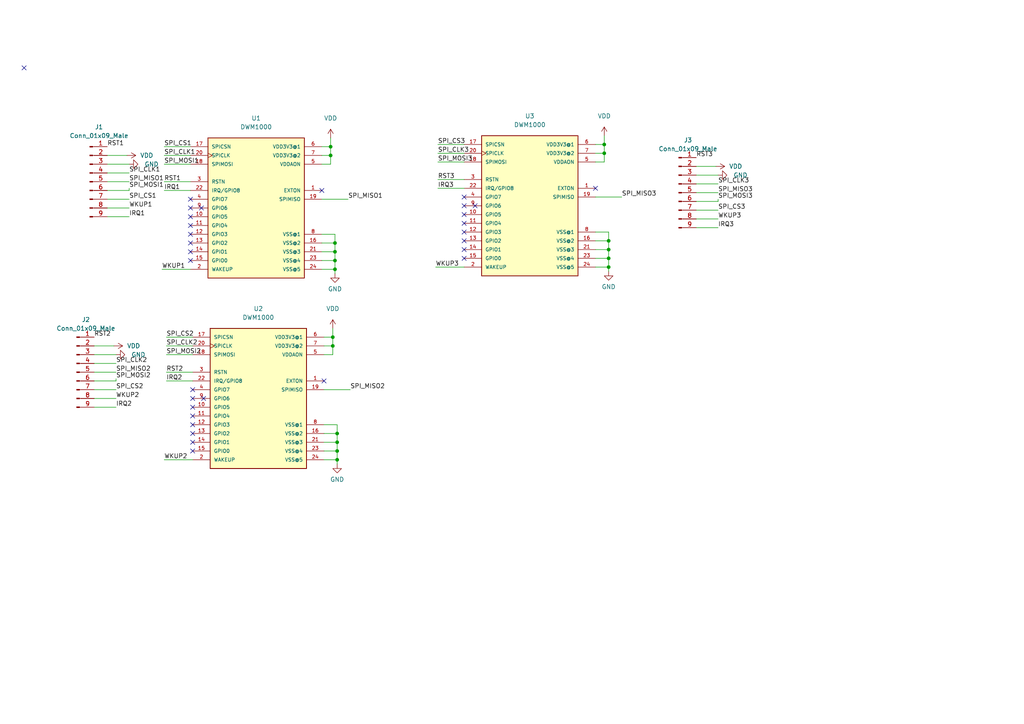
<source format=kicad_sch>
(kicad_sch (version 20210621) (generator eeschema)
  (paper "A4")
  (lib_symbols
    (symbol "Connector:Conn_01x09_Male" (pin_names (offset 1.016) hide)
      (property "Reference" "J" (at 0 12.7 0))
      (property "Value" "Conn_01x09_Male" (at 0 -12.7 0))
      (symbol "Conn_01x09_Male_1_1"
        (rectangle (start 0.8636 -10.033) (end 0 -10.287) (stroke (width 0.1524)) (fill (type outline)))
        (rectangle (start 0.8636 -7.493) (end 0 -7.747) (stroke (width 0.1524)) (fill (type outline)))
        (rectangle (start 0.8636 -4.953) (end 0 -5.207) (stroke (width 0.1524)) (fill (type outline)))
        (rectangle (start 0.8636 -2.413) (end 0 -2.667) (stroke (width 0.1524)) (fill (type outline)))
        (rectangle (start 0.8636 0.127) (end 0 -0.127) (stroke (width 0.1524)) (fill (type outline)))
        (rectangle (start 0.8636 2.667) (end 0 2.413) (stroke (width 0.1524)) (fill (type outline)))
        (rectangle (start 0.8636 5.207) (end 0 4.953) (stroke (width 0.1524)) (fill (type outline)))
        (rectangle (start 0.8636 7.747) (end 0 7.493) (stroke (width 0.1524)) (fill (type outline)))
        (rectangle (start 0.8636 10.287) (end 0 10.033) (stroke (width 0.1524)) (fill (type outline)))
        (polyline (pts (xy 1.27 -10.16) (xy 0.8636 -10.16)) (stroke (width 0.1524)))
        (polyline (pts (xy 1.27 -7.62) (xy 0.8636 -7.62)) (stroke (width 0.1524)))
        (polyline (pts (xy 1.27 -5.08) (xy 0.8636 -5.08)) (stroke (width 0.1524)))
        (polyline (pts (xy 1.27 -2.54) (xy 0.8636 -2.54)) (stroke (width 0.1524)))
        (polyline (pts (xy 1.27 0) (xy 0.8636 0)) (stroke (width 0.1524)))
        (polyline (pts (xy 1.27 2.54) (xy 0.8636 2.54)) (stroke (width 0.1524)))
        (polyline (pts (xy 1.27 5.08) (xy 0.8636 5.08)) (stroke (width 0.1524)))
        (polyline (pts (xy 1.27 7.62) (xy 0.8636 7.62)) (stroke (width 0.1524)))
        (polyline (pts (xy 1.27 10.16) (xy 0.8636 10.16)) (stroke (width 0.1524)))
        (pin passive line (at 5.08 10.16 180) (length 3.81) (name "Pin_1") (number "1"))
        (pin passive line (at 5.08 7.62 180) (length 3.81) (name "Pin_2") (number "2"))
        (pin passive line (at 5.08 5.08 180) (length 3.81) (name "Pin_3") (number "3"))
        (pin passive line (at 5.08 2.54 180) (length 3.81) (name "Pin_4") (number "4"))
        (pin passive line (at 5.08 0 180) (length 3.81) (name "Pin_5") (number "5"))
        (pin passive line (at 5.08 -2.54 180) (length 3.81) (name "Pin_6") (number "6"))
        (pin passive line (at 5.08 -5.08 180) (length 3.81) (name "Pin_7") (number "7"))
        (pin passive line (at 5.08 -7.62 180) (length 3.81) (name "Pin_8") (number "8"))
        (pin passive line (at 5.08 -10.16 180) (length 3.81) (name "Pin_9") (number "9"))
      )
    )
    (symbol "dwm1000:DWM1000" (pin_names (offset 1.016))
      (property "Reference" "U" (at -12.7 20.3454 0))
      (property "Value" "DWM1000" (at -12.7 -22.86 0))
      (symbol "DWM1000_0_0"
        (rectangle (start -12.7 -20.32) (end 15.24 20.32) (stroke (width 0.254)) (fill (type background)))
        (pin output line (at 20.32 5.08 180) (length 5.08) (name "EXTON") (number "1"))
        (pin bidirectional line (at -17.78 -2.54 0) (length 5.08) (name "GPIO5") (number "10"))
        (pin bidirectional line (at -17.78 -5.08 0) (length 5.08) (name "GPIO4") (number "11"))
        (pin bidirectional line (at -17.78 -7.62 0) (length 5.08) (name "GPIO3") (number "12"))
        (pin bidirectional line (at -17.78 -10.16 0) (length 5.08) (name "GPIO2") (number "13"))
        (pin bidirectional line (at -17.78 -12.7 0) (length 5.08) (name "GPIO1") (number "14"))
        (pin bidirectional line (at -17.78 -15.24 0) (length 5.08) (name "GPIO0") (number "15"))
        (pin power_in line (at 20.32 -10.16 180) (length 5.08) (name "VSS@2") (number "16"))
        (pin input line (at -17.78 17.78 0) (length 5.08) (name "SPICSN") (number "17"))
        (pin input line (at -17.78 12.7 0) (length 5.08) (name "SPIMOSI") (number "18"))
        (pin output line (at 20.32 2.54 180) (length 5.08) (name "SPIMISO") (number "19"))
        (pin bidirectional line (at -17.78 -17.78 0) (length 5.08) (name "WAKEUP") (number "2"))
        (pin input clock (at -17.78 15.24 0) (length 5.08) (name "SPICLK") (number "20"))
        (pin power_in line (at 20.32 -12.7 180) (length 5.08) (name "VSS@3") (number "21"))
        (pin bidirectional line (at -17.78 5.08 0) (length 5.08) (name "IRQ/GPIO8") (number "22"))
        (pin power_in line (at 20.32 -15.24 180) (length 5.08) (name "VSS@4") (number "23"))
        (pin power_in line (at 20.32 -17.78 180) (length 5.08) (name "VSS@5") (number "24"))
        (pin bidirectional line (at -17.78 7.62 0) (length 5.08) (name "RSTN") (number "3"))
        (pin bidirectional line (at -17.78 2.54 0) (length 5.08) (name "GPIO7") (number "4"))
        (pin power_in line (at 20.32 12.7 180) (length 5.08) (name "VDDAON") (number "5"))
        (pin power_in line (at 20.32 17.78 180) (length 5.08) (name "VDD3V3@1") (number "6"))
        (pin power_in line (at 20.32 15.24 180) (length 5.08) (name "VDD3V3@2") (number "7"))
        (pin power_in line (at 20.32 -7.62 180) (length 5.08) (name "VSS@1") (number "8"))
        (pin bidirectional line (at -17.78 0 0) (length 5.08) (name "GPIO6") (number "9"))
      )
    )
    (symbol "dwm1000:DWM1000_1" (pin_names (offset 1.016))
      (property "Reference" "U1" (at 1.27 26.035 0))
      (property "Value" "DWM1000" (at 1.27 23.495 0))
      (symbol "DWM1000_1_0_0"
        (rectangle (start -12.7 -20.32) (end 15.24 20.32) (stroke (width 0.254)) (fill (type background)))
        (pin output line (at 20.32 5.08 180) (length 5.08) (name "EXTON") (number "1"))
        (pin bidirectional line (at -17.78 -2.54 0) (length 5.08) (name "GPIO5") (number "10"))
        (pin bidirectional line (at -17.78 -5.08 0) (length 5.08) (name "GPIO4") (number "11"))
        (pin bidirectional line (at -17.78 -7.62 0) (length 5.08) (name "GPIO3") (number "12"))
        (pin bidirectional line (at -17.78 -10.16 0) (length 5.08) (name "GPIO2") (number "13"))
        (pin bidirectional line (at -17.78 -12.7 0) (length 5.08) (name "GPIO1") (number "14"))
        (pin bidirectional line (at -17.78 -15.24 0) (length 5.08) (name "GPIO0") (number "15"))
        (pin power_in line (at 20.32 -10.16 180) (length 5.08) (name "VSS@2") (number "16"))
        (pin input line (at -17.78 17.78 0) (length 5.08) (name "SPICSN") (number "17"))
        (pin input line (at -17.78 12.7 0) (length 5.08) (name "SPIMOSI") (number "18"))
        (pin output line (at 20.32 2.54 180) (length 5.08) (name "SPIMISO") (number "19"))
        (pin bidirectional line (at -17.78 -17.78 0) (length 5.08) (name "WAKEUP") (number "2"))
        (pin input clock (at -17.78 15.24 0) (length 5.08) (name "SPICLK") (number "20"))
        (pin power_in line (at 20.32 -12.7 180) (length 5.08) (name "VSS@3") (number "21"))
        (pin bidirectional line (at -17.78 5.08 0) (length 5.08) (name "IRQ/GPIO8") (number "22"))
        (pin power_in line (at 20.32 -15.24 180) (length 5.08) (name "VSS@4") (number "23"))
        (pin power_in line (at 20.32 -17.78 180) (length 5.08) (name "VSS@5") (number "24"))
        (pin bidirectional line (at -17.78 7.62 0) (length 5.08) (name "RSTN") (number "3"))
        (pin bidirectional line (at -17.78 2.54 0) (length 5.08) (name "GPIO7") (number "4"))
        (pin power_in line (at 20.32 12.7 180) (length 5.08) (name "VDDAON") (number "5"))
        (pin power_in line (at 20.32 17.78 180) (length 5.08) (name "VDD3V3@1") (number "6"))
        (pin power_in line (at 20.32 15.24 180) (length 5.08) (name "VDD3V3@2") (number "7"))
        (pin power_in line (at 20.32 -7.62 180) (length 5.08) (name "VSS@1") (number "8"))
        (pin bidirectional line (at -17.78 0 0) (length 5.08) (name "GPIO6") (number "9"))
      )
    )
    (symbol "power:GND" (power) (pin_names (offset 0))
      (property "Value" "GND" (at 0 -3.81 0))
      (symbol "GND_0_1"
        (polyline (pts (xy 0 0) (xy 0 -1.27) (xy 1.27 -1.27) (xy 0 -2.54) (xy -1.27 -1.27) (xy 0 -1.27)))
      )
      (symbol "GND_1_1"
        (pin power_in line (at 0 0 270) (length 0) hide (name "GND") (number "1"))
      )
    )
    (symbol "power:VDD" (power) (pin_names (offset 0))
      (property "Value" "VDD" (at 0 3.81 0))
      (symbol "VDD_0_1"
        (polyline (pts (xy -0.762 1.27) (xy 0 2.54)))
        (polyline (pts (xy 0 0) (xy 0 2.54)))
        (polyline (pts (xy 0 2.54) (xy 0.762 1.27)))
      )
      (symbol "VDD_1_1"
        (pin power_in line (at 0 0 90) (length 0) hide (name "VDD") (number "1"))
      )
    )
  )
  (junction (at 95.885 42.545) (diameter 0.9144))
  (junction (at 95.885 45.085) (diameter 0.9144))
  (junction (at 96.52 97.79) (diameter 0.9144))
  (junction (at 96.52 100.33) (diameter 0.9144))
  (junction (at 97.155 70.485) (diameter 0.9144))
  (junction (at 97.155 73.025) (diameter 0.9144))
  (junction (at 97.155 75.565) (diameter 0.9144))
  (junction (at 97.155 78.105) (diameter 0.9144))
  (junction (at 97.79 125.73) (diameter 0.9144))
  (junction (at 97.79 128.27) (diameter 0.9144))
  (junction (at 97.79 130.81) (diameter 0.9144))
  (junction (at 97.79 133.35) (diameter 0.9144))
  (junction (at 175.26 41.91) (diameter 0.9144))
  (junction (at 175.26 44.45) (diameter 0.9144))
  (junction (at 176.53 69.85) (diameter 0.9144))
  (junction (at 176.53 72.39) (diameter 0.9144))
  (junction (at 176.53 74.93) (diameter 0.9144))
  (junction (at 176.53 77.47) (diameter 0.9144))
  (no_connect (at 6.985 19.685))
  (no_connect (at 55.245 57.785))
  (no_connect (at 55.245 60.325))
  (no_connect (at 55.245 62.865))
  (no_connect (at 55.245 65.405))
  (no_connect (at 55.245 67.945))
  (no_connect (at 55.245 70.485))
  (no_connect (at 55.245 73.025))
  (no_connect (at 55.245 75.565))
  (no_connect (at 55.88 113.03))
  (no_connect (at 55.88 115.57))
  (no_connect (at 55.88 118.11))
  (no_connect (at 55.88 120.65))
  (no_connect (at 55.88 123.19))
  (no_connect (at 55.88 125.73))
  (no_connect (at 55.88 128.27))
  (no_connect (at 55.88 130.81))
  (no_connect (at 58.42 60.325))
  (no_connect (at 59.055 115.57))
  (no_connect (at 93.345 55.245))
  (no_connect (at 93.98 110.49))
  (no_connect (at 134.62 57.15))
  (no_connect (at 134.62 59.69))
  (no_connect (at 134.62 62.23))
  (no_connect (at 134.62 64.77))
  (no_connect (at 134.62 67.31))
  (no_connect (at 134.62 69.85))
  (no_connect (at 134.62 72.39))
  (no_connect (at 134.62 74.93))
  (no_connect (at 137.795 59.69))
  (no_connect (at 172.72 54.61))
  (wire (pts (xy 27.305 100.33) (xy 33.02 100.33)))
  (wire (pts (xy 27.305 102.87) (xy 33.655 102.87)))
  (wire (pts (xy 27.305 105.41) (xy 33.655 105.41)))
  (wire (pts (xy 27.305 107.95) (xy 33.655 107.95)))
  (wire (pts (xy 27.305 110.49) (xy 33.655 110.49)))
  (wire (pts (xy 27.305 113.03) (xy 33.655 113.03)))
  (wire (pts (xy 27.305 115.57) (xy 33.655 115.57)))
  (wire (pts (xy 27.305 118.11) (xy 33.655 118.11)))
  (wire (pts (xy 31.115 45.085) (xy 36.83 45.085)))
  (wire (pts (xy 31.115 47.625) (xy 37.465 47.625)))
  (wire (pts (xy 31.115 50.165) (xy 37.465 50.165)))
  (wire (pts (xy 31.115 52.705) (xy 37.465 52.705)))
  (wire (pts (xy 31.115 55.245) (xy 37.465 55.245)))
  (wire (pts (xy 31.115 57.785) (xy 37.465 57.785)))
  (wire (pts (xy 31.115 60.325) (xy 37.465 60.325)))
  (wire (pts (xy 31.115 62.865) (xy 37.465 62.865)))
  (wire (pts (xy 33.655 109.855) (xy 33.655 110.49)))
  (wire (pts (xy 37.465 54.61) (xy 37.465 55.245)))
  (wire (pts (xy 46.99 78.105) (xy 55.245 78.105)))
  (wire (pts (xy 47.625 42.545) (xy 55.245 42.545)))
  (wire (pts (xy 47.625 45.085) (xy 55.245 45.085)))
  (wire (pts (xy 47.625 47.625) (xy 55.245 47.625)))
  (wire (pts (xy 47.625 52.705) (xy 55.245 52.705)))
  (wire (pts (xy 47.625 55.245) (xy 55.245 55.245)))
  (wire (pts (xy 47.625 133.35) (xy 55.88 133.35)))
  (wire (pts (xy 48.26 97.79) (xy 55.88 97.79)))
  (wire (pts (xy 48.26 100.33) (xy 55.88 100.33)))
  (wire (pts (xy 48.26 102.87) (xy 55.88 102.87)))
  (wire (pts (xy 48.26 107.95) (xy 55.88 107.95)))
  (wire (pts (xy 48.26 110.49) (xy 55.88 110.49)))
  (wire (pts (xy 93.345 45.085) (xy 95.885 45.085)))
  (wire (pts (xy 93.345 47.625) (xy 95.885 47.625)))
  (wire (pts (xy 93.345 57.785) (xy 100.965 57.785)))
  (wire (pts (xy 93.345 67.945) (xy 97.155 67.945)))
  (wire (pts (xy 93.345 70.485) (xy 97.155 70.485)))
  (wire (pts (xy 93.345 73.025) (xy 97.155 73.025)))
  (wire (pts (xy 93.345 75.565) (xy 97.155 75.565)))
  (wire (pts (xy 93.345 78.105) (xy 97.155 78.105)))
  (wire (pts (xy 93.98 100.33) (xy 96.52 100.33)))
  (wire (pts (xy 93.98 102.87) (xy 96.52 102.87)))
  (wire (pts (xy 93.98 113.03) (xy 101.6 113.03)))
  (wire (pts (xy 93.98 123.19) (xy 97.79 123.19)))
  (wire (pts (xy 93.98 125.73) (xy 97.79 125.73)))
  (wire (pts (xy 93.98 128.27) (xy 97.79 128.27)))
  (wire (pts (xy 93.98 130.81) (xy 97.79 130.81)))
  (wire (pts (xy 93.98 133.35) (xy 97.79 133.35)))
  (wire (pts (xy 95.885 40.005) (xy 95.885 42.545)))
  (wire (pts (xy 95.885 42.545) (xy 93.345 42.545)))
  (wire (pts (xy 95.885 45.085) (xy 95.885 42.545)))
  (wire (pts (xy 95.885 47.625) (xy 95.885 45.085)))
  (wire (pts (xy 96.52 95.25) (xy 96.52 97.79)))
  (wire (pts (xy 96.52 97.79) (xy 93.98 97.79)))
  (wire (pts (xy 96.52 100.33) (xy 96.52 97.79)))
  (wire (pts (xy 96.52 102.87) (xy 96.52 100.33)))
  (wire (pts (xy 97.155 67.945) (xy 97.155 70.485)))
  (wire (pts (xy 97.155 70.485) (xy 97.155 73.025)))
  (wire (pts (xy 97.155 73.025) (xy 97.155 75.565)))
  (wire (pts (xy 97.155 75.565) (xy 97.155 78.105)))
  (wire (pts (xy 97.155 78.105) (xy 97.155 79.375)))
  (wire (pts (xy 97.79 123.19) (xy 97.79 125.73)))
  (wire (pts (xy 97.79 125.73) (xy 97.79 128.27)))
  (wire (pts (xy 97.79 128.27) (xy 97.79 130.81)))
  (wire (pts (xy 97.79 130.81) (xy 97.79 133.35)))
  (wire (pts (xy 97.79 133.35) (xy 97.79 134.62)))
  (wire (pts (xy 126.365 77.47) (xy 134.62 77.47)))
  (wire (pts (xy 127 41.91) (xy 134.62 41.91)))
  (wire (pts (xy 127 44.45) (xy 134.62 44.45)))
  (wire (pts (xy 127 46.99) (xy 134.62 46.99)))
  (wire (pts (xy 127 52.07) (xy 134.62 52.07)))
  (wire (pts (xy 127 54.61) (xy 134.62 54.61)))
  (wire (pts (xy 172.72 44.45) (xy 175.26 44.45)))
  (wire (pts (xy 172.72 46.99) (xy 175.26 46.99)))
  (wire (pts (xy 172.72 57.15) (xy 180.34 57.15)))
  (wire (pts (xy 172.72 67.31) (xy 176.53 67.31)))
  (wire (pts (xy 172.72 69.85) (xy 176.53 69.85)))
  (wire (pts (xy 172.72 72.39) (xy 176.53 72.39)))
  (wire (pts (xy 172.72 74.93) (xy 176.53 74.93)))
  (wire (pts (xy 172.72 77.47) (xy 176.53 77.47)))
  (wire (pts (xy 175.26 39.37) (xy 175.26 41.91)))
  (wire (pts (xy 175.26 41.91) (xy 172.72 41.91)))
  (wire (pts (xy 175.26 44.45) (xy 175.26 41.91)))
  (wire (pts (xy 175.26 46.99) (xy 175.26 44.45)))
  (wire (pts (xy 176.53 67.31) (xy 176.53 69.85)))
  (wire (pts (xy 176.53 69.85) (xy 176.53 72.39)))
  (wire (pts (xy 176.53 72.39) (xy 176.53 74.93)))
  (wire (pts (xy 176.53 74.93) (xy 176.53 77.47)))
  (wire (pts (xy 176.53 77.47) (xy 176.53 78.74)))
  (wire (pts (xy 201.93 48.26) (xy 207.645 48.26)))
  (wire (pts (xy 201.93 50.8) (xy 208.28 50.8)))
  (wire (pts (xy 201.93 53.34) (xy 208.28 53.34)))
  (wire (pts (xy 201.93 55.88) (xy 208.28 55.88)))
  (wire (pts (xy 201.93 58.42) (xy 208.28 58.42)))
  (wire (pts (xy 201.93 60.96) (xy 208.28 60.96)))
  (wire (pts (xy 201.93 63.5) (xy 208.28 63.5)))
  (wire (pts (xy 201.93 66.04) (xy 208.28 66.04)))
  (wire (pts (xy 208.28 57.785) (xy 208.28 58.42)))
  (label "RST2" (at 27.305 97.79 0))
  (label "RST1" (at 31.115 42.545 0))
  (label "SPI_CLK2" (at 33.655 105.41 0))
  (label "SPI_MISO2" (at 33.655 107.95 0))
  (label "SPI_MOSI2" (at 33.655 109.855 0))
  (label "SPI_CS2" (at 33.655 113.03 0))
  (label "WKUP2" (at 33.655 115.57 0))
  (label "IRQ2" (at 33.655 118.11 0))
  (label "SPI_CLK1" (at 37.465 50.165 0))
  (label "SPI_MISO1" (at 37.465 52.705 0))
  (label "SPI_MOSI1" (at 37.465 54.61 0))
  (label "SPI_CS1" (at 37.465 57.785 0))
  (label "WKUP1" (at 37.465 60.325 0))
  (label "IRQ1" (at 37.465 62.865 0))
  (label "WKUP1" (at 46.99 78.105 0))
  (label "SPI_CS1" (at 47.625 42.545 0))
  (label "SPI_CLK1" (at 47.625 45.085 0))
  (label "SPI_MOSI1" (at 47.625 47.625 0))
  (label "RST1" (at 47.625 52.705 0))
  (label "IRQ1" (at 47.625 55.245 0))
  (label "WKUP2" (at 47.625 133.35 0))
  (label "SPI_CS2" (at 48.26 97.79 0))
  (label "SPI_CLK2" (at 48.26 100.33 0))
  (label "SPI_MOSI2" (at 48.26 102.87 0))
  (label "RST2" (at 48.26 107.95 0))
  (label "IRQ2" (at 48.26 110.49 0))
  (label "SPI_MISO1" (at 100.965 57.785 0))
  (label "SPI_MISO2" (at 101.6 113.03 0))
  (label "WKUP3" (at 126.365 77.47 0))
  (label "SPI_CS3" (at 127 41.91 0))
  (label "SPI_CLK3" (at 127 44.45 0))
  (label "SPI_MOSI3" (at 127 46.99 0))
  (label "RST3" (at 127 52.07 0))
  (label "IRQ3" (at 127 54.61 0))
  (label "SPI_MISO3" (at 180.34 57.15 0))
  (label "RST3" (at 201.93 45.72 0))
  (label "SPI_CLK3" (at 208.28 53.34 0))
  (label "SPI_MISO3" (at 208.28 55.88 0))
  (label "SPI_MOSI3" (at 208.28 57.785 0))
  (label "SPI_CS3" (at 208.28 60.96 0))
  (label "WKUP3" (at 208.28 63.5 0))
  (label "IRQ3" (at 208.28 66.04 0))
  (symbol (lib_id "power:VDD") (at 33.02 100.33 270) (unit 1)
    (property "Reference" "#PWR0110" (effects hide))
    (property "Value" "VDD" (at 36.83 100.3299 90) (effects (justify left)))
  )
  (symbol (lib_id "power:VDD") (at 36.83 45.085 270) (unit 1)
    (property "Reference" "#PWR0102" (effects hide))
    (property "Value" "VDD" (at 40.64 45.0849 90) (effects (justify left)))
  )
  (symbol (lib_id "power:VDD") (at 95.885 40.005 0) (unit 1)
    (property "Reference" "#PWR0101" (effects hide))
    (property "Value" "VDD" (at 95.885 34.29 0))
  )
  (symbol (lib_id "power:VDD") (at 96.52 95.25 0) (unit 1)
    (property "Reference" "#PWR0104" (effects hide))
    (property "Value" "VDD" (at 96.52 89.535 0))
  )
  (symbol (lib_id "power:VDD") (at 175.26 39.37 0) (unit 1)
    (property "Reference" "#PWR0108" (effects hide))
    (property "Value" "VDD" (at 175.26 33.655 0))
  )
  (symbol (lib_id "power:VDD") (at 207.645 48.26 270) (unit 1)
    (property "Reference" "#PWR0111" (effects hide))
    (property "Value" "VDD" (at 211.455 48.2599 90) (effects (justify left)))
  )
  (symbol (lib_id "power:GND") (at 33.655 102.87 90) (unit 1)
    (property "Reference" "#PWR0109" (effects hide))
    (property "Value" "GND" (at 38.1 102.8699 90) (effects (justify right)))
  )
  (symbol (lib_id "power:GND") (at 37.465 47.625 90) (unit 1)
    (property "Reference" "#PWR0103" (effects hide))
    (property "Value" "GND" (at 41.91 47.6249 90) (effects (justify right)))
  )
  (symbol (lib_id "power:GND") (at 97.155 79.375 0) (unit 1)
    (property "Reference" "#PWR0105" (effects hide))
    (property "Value" "GND" (at 97.155 83.82 0))
  )
  (symbol (lib_id "power:GND") (at 97.79 134.62 0) (unit 1)
    (property "Reference" "#PWR0106" (effects hide))
    (property "Value" "GND" (at 97.79 139.065 0))
  )
  (symbol (lib_id "power:GND") (at 176.53 78.74 0) (unit 1)
    (property "Reference" "#PWR0107" (effects hide))
    (property "Value" "GND" (at 176.53 83.185 0))
  )
  (symbol (lib_id "power:GND") (at 208.28 50.8 90) (unit 1)
    (property "Reference" "#PWR0112" (effects hide))
    (property "Value" "GND" (at 212.725 50.7999 90) (effects (justify right)))
  )
  (symbol (lib_id "Connector:Conn_01x09_Male") (at 22.225 107.95 0) (unit 1)
    (property "Reference" "J2" (at 24.9174 92.71 0))
    (property "Value" "Conn_01x09_Male" (at 24.9174 95.25 0))
    (property "Footprint" "Connector_PinHeader_2.54mm:PinHeader_1x09_P2.54mm_Vertical" (effects hide))
  )
  (symbol (lib_id "Connector:Conn_01x09_Male") (at 26.035 52.705 0) (unit 1)
    (property "Reference" "J1" (at 28.7274 36.83 0))
    (property "Value" "Conn_01x09_Male" (at 28.7274 39.37 0))
    (property "Footprint" "Connector_PinHeader_2.54mm:PinHeader_1x09_P2.54mm_Vertical" (effects hide))
  )
  (symbol (lib_id "Connector:Conn_01x09_Male") (at 196.85 55.88 0) (unit 1)
    (property "Reference" "J3" (at 199.5424 40.64 0))
    (property "Value" "Conn_01x09_Male" (at 199.5424 43.18 0))
    (property "Footprint" "Connector_PinHeader_2.54mm:PinHeader_1x09_P2.54mm_Vertical" (effects hide))
  )
  (symbol (lib_name "dwm1000:DWM1000_1") (lib_id "dwm1000:DWM1000") (at 73.025 60.325 0) (unit 1)
    (property "Reference" "U1" (at 74.295 34.29 0))
    (property "Value" "DWM1000" (at 74.295 36.83 0))
    (property "Footprint" "dwm1000:DWM1000" (effects hide))
    (property "MANUFACTURER" "Decawave" (effects hide))
  )
  (symbol (lib_id "dwm1000:DWM1000") (at 73.66 115.57 0) (unit 1)
    (property "Reference" "U2" (at 74.93 89.535 0))
    (property "Value" "DWM1000" (at 74.93 92.075 0))
    (property "Footprint" "dwm1000:DWM1000" (effects hide))
    (property "MANUFACTURER" "Decawave" (effects hide))
  )
  (symbol (lib_id "dwm1000:DWM1000") (at 152.4 59.69 0) (unit 1)
    (property "Reference" "U3" (at 153.67 33.655 0))
    (property "Value" "DWM1000" (at 153.67 36.195 0))
    (property "Footprint" "dwm1000:DWM1000" (effects hide))
    (property "MANUFACTURER" "Decawave" (effects hide))
  )
)
</source>
